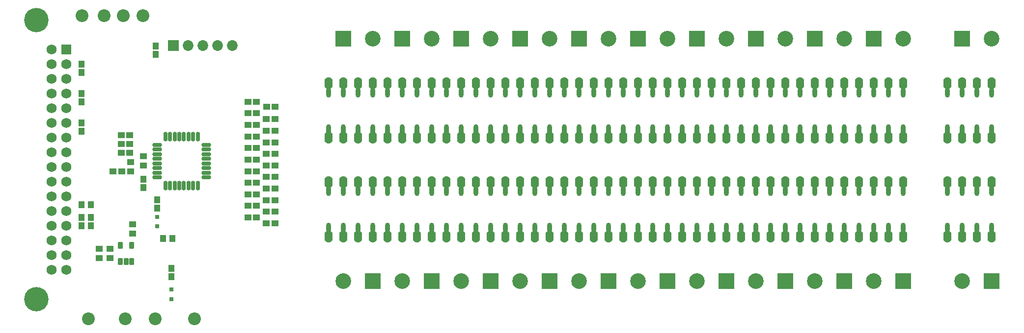
<source format=gts>
G04*
G04 #@! TF.GenerationSoftware,Altium Limited,Altium Designer,22.5.1 (42)*
G04*
G04 Layer_Color=8388736*
%FSLAX25Y25*%
%MOIN*%
G70*
G04*
G04 #@! TF.SameCoordinates,4C861729-87C5-483C-8B33-AEF81C08CF8D*
G04*
G04*
G04 #@! TF.FilePolarity,Negative*
G04*
G01*
G75*
%ADD19R,0.03150X0.03150*%
%ADD23O,0.03162X0.06902*%
%ADD24O,0.05524X0.08280*%
%ADD25R,0.04540X0.04343*%
%ADD26R,0.04343X0.04540*%
%ADD27R,0.04540X0.04343*%
G04:AMPARAMS|DCode=28|XSize=31.62mil|YSize=47.37mil|CornerRadius=6.01mil|HoleSize=0mil|Usage=FLASHONLY|Rotation=180.000|XOffset=0mil|YOffset=0mil|HoleType=Round|Shape=RoundedRectangle|*
%AMROUNDEDRECTD28*
21,1,0.03162,0.03535,0,0,180.0*
21,1,0.01961,0.04737,0,0,180.0*
1,1,0.01202,-0.00980,0.01768*
1,1,0.01202,0.00980,0.01768*
1,1,0.01202,0.00980,-0.01768*
1,1,0.01202,-0.00980,-0.01768*
%
%ADD28ROUNDEDRECTD28*%
%ADD29O,0.06509X0.02965*%
%ADD30O,0.02965X0.06509*%
%ADD31R,0.04343X0.04540*%
%ADD32C,0.08674*%
%ADD33C,0.16548*%
%ADD34C,0.06800*%
%ADD35R,0.06800X0.06800*%
%ADD36C,0.10642*%
%ADD37R,0.10642X0.10642*%
%ADD38C,0.07296*%
%ADD39R,0.07296X0.07296*%
D19*
X103150Y44193D02*
D03*
Y37697D02*
D03*
X93701Y93799D02*
D03*
Y87303D02*
D03*
D23*
X230039Y86319D02*
D03*
X240039D02*
D03*
X230039Y111319D02*
D03*
X240039D02*
D03*
X530000Y86500D02*
D03*
X540000D02*
D03*
X530000Y111500D02*
D03*
X540000D02*
D03*
X630000Y86500D02*
D03*
X640000D02*
D03*
X630000Y111500D02*
D03*
X640000D02*
D03*
X220000Y178500D02*
D03*
X210000D02*
D03*
X220000Y153500D02*
D03*
X210000D02*
D03*
X470000Y86500D02*
D03*
X480000D02*
D03*
X470000Y111500D02*
D03*
X480000D02*
D03*
X390000Y86500D02*
D03*
X400000D02*
D03*
X390000Y111500D02*
D03*
X400000D02*
D03*
X370000Y86500D02*
D03*
X380000D02*
D03*
X370000Y111500D02*
D03*
X380000D02*
D03*
X350000Y86500D02*
D03*
X360000D02*
D03*
X350000Y111500D02*
D03*
X360000D02*
D03*
X330000Y86500D02*
D03*
X340000D02*
D03*
X330000Y111500D02*
D03*
X340000D02*
D03*
X310000Y86500D02*
D03*
X320000D02*
D03*
X310000Y111500D02*
D03*
X320000D02*
D03*
X290000Y86500D02*
D03*
X300000D02*
D03*
X290000Y111500D02*
D03*
X300000D02*
D03*
X270000Y86500D02*
D03*
X280000D02*
D03*
X270000Y111500D02*
D03*
X280000D02*
D03*
X250000Y86500D02*
D03*
X260000D02*
D03*
X250000Y111500D02*
D03*
X260000D02*
D03*
X209842Y86221D02*
D03*
X219843D02*
D03*
X209842Y111221D02*
D03*
X219843D02*
D03*
X590000Y86500D02*
D03*
X600000D02*
D03*
X590000Y111500D02*
D03*
X600000D02*
D03*
X570000Y86500D02*
D03*
X580000D02*
D03*
X570000Y111500D02*
D03*
X580000D02*
D03*
X550000Y86500D02*
D03*
X560000D02*
D03*
X550000Y111500D02*
D03*
X560000D02*
D03*
X510000Y86500D02*
D03*
X520000D02*
D03*
X510000Y111500D02*
D03*
X520000D02*
D03*
X490000Y86500D02*
D03*
X500000D02*
D03*
X490000Y111500D02*
D03*
X500000D02*
D03*
X450000Y86500D02*
D03*
X460000D02*
D03*
X450000Y111500D02*
D03*
X460000D02*
D03*
X430000Y86500D02*
D03*
X440000D02*
D03*
X430000Y111500D02*
D03*
X440000D02*
D03*
X410000Y86500D02*
D03*
X420000D02*
D03*
X410000Y111500D02*
D03*
X420000D02*
D03*
X650000Y86500D02*
D03*
X660000D02*
D03*
X650000Y111500D02*
D03*
X660000D02*
D03*
X400000Y178500D02*
D03*
X390000D02*
D03*
X400000Y153500D02*
D03*
X390000D02*
D03*
X380000Y178500D02*
D03*
X370000D02*
D03*
X380000Y153500D02*
D03*
X370000D02*
D03*
X360000Y178500D02*
D03*
X350000D02*
D03*
X360000Y153500D02*
D03*
X350000D02*
D03*
X340000Y178500D02*
D03*
X330000D02*
D03*
X340000Y153500D02*
D03*
X330000D02*
D03*
X320000Y178500D02*
D03*
X310000D02*
D03*
X320000Y153500D02*
D03*
X310000D02*
D03*
X300000Y178500D02*
D03*
X290000D02*
D03*
X300000Y153500D02*
D03*
X290000D02*
D03*
X280000Y178500D02*
D03*
X270000D02*
D03*
X280000Y153500D02*
D03*
X270000D02*
D03*
X260000Y178500D02*
D03*
X250000D02*
D03*
X260000Y153500D02*
D03*
X250000D02*
D03*
X240000Y178500D02*
D03*
X230000D02*
D03*
X240000Y153500D02*
D03*
X230000D02*
D03*
X600000Y178500D02*
D03*
X590000D02*
D03*
X600000Y153500D02*
D03*
X590000D02*
D03*
X580000Y178500D02*
D03*
X570000D02*
D03*
X580000Y153500D02*
D03*
X570000D02*
D03*
X560000Y178500D02*
D03*
X550000D02*
D03*
X560000Y153500D02*
D03*
X550000D02*
D03*
X540000Y178500D02*
D03*
X530000D02*
D03*
X540000Y153500D02*
D03*
X530000D02*
D03*
X520000Y178500D02*
D03*
X510000D02*
D03*
X520000Y153500D02*
D03*
X510000D02*
D03*
X500000Y178500D02*
D03*
X490000D02*
D03*
X500000Y153500D02*
D03*
X490000D02*
D03*
X480000Y178500D02*
D03*
X470000D02*
D03*
X480000Y153500D02*
D03*
X470000D02*
D03*
X460000Y178500D02*
D03*
X450000D02*
D03*
X460000Y153500D02*
D03*
X450000D02*
D03*
X440000Y178500D02*
D03*
X430000D02*
D03*
X440000Y153500D02*
D03*
X430000D02*
D03*
X420000Y178500D02*
D03*
X410000D02*
D03*
X420000Y153500D02*
D03*
X410000D02*
D03*
X660000Y178500D02*
D03*
X650000D02*
D03*
X660000Y153500D02*
D03*
X650000D02*
D03*
X640000Y178500D02*
D03*
X630000D02*
D03*
X640000Y153500D02*
D03*
X630000D02*
D03*
D24*
X220000Y117224D02*
D03*
X210000D02*
D03*
X220000Y80413D02*
D03*
X210000D02*
D03*
X640000Y117224D02*
D03*
X630000D02*
D03*
X640000Y80413D02*
D03*
X630000D02*
D03*
X530000Y147776D02*
D03*
X540000D02*
D03*
X530000Y184587D02*
D03*
X540000D02*
D03*
X400000Y117224D02*
D03*
X390000D02*
D03*
X400000Y80413D02*
D03*
X390000D02*
D03*
X380000Y117224D02*
D03*
X370000D02*
D03*
X380000Y80413D02*
D03*
X370000D02*
D03*
X360000Y117224D02*
D03*
X350000D02*
D03*
X360000Y80413D02*
D03*
X350000D02*
D03*
X340000Y117224D02*
D03*
X330000D02*
D03*
X340000Y80413D02*
D03*
X330000D02*
D03*
X320000Y117224D02*
D03*
X310000D02*
D03*
X320000Y80413D02*
D03*
X310000D02*
D03*
X300000Y117224D02*
D03*
X290000D02*
D03*
X300000Y80413D02*
D03*
X290000D02*
D03*
X280000Y117224D02*
D03*
X270000D02*
D03*
X280000Y80413D02*
D03*
X270000D02*
D03*
X260000Y117224D02*
D03*
X250000D02*
D03*
X260000Y80413D02*
D03*
X250000D02*
D03*
X240000Y117224D02*
D03*
X230000D02*
D03*
X240000Y80413D02*
D03*
X230000D02*
D03*
X600000Y117224D02*
D03*
X590000D02*
D03*
X600000Y80413D02*
D03*
X590000D02*
D03*
X580000Y117224D02*
D03*
X570000D02*
D03*
X580000Y80413D02*
D03*
X570000D02*
D03*
X560000Y117224D02*
D03*
X550000D02*
D03*
X560000Y80413D02*
D03*
X550000D02*
D03*
X540000Y117224D02*
D03*
X530000D02*
D03*
X540000Y80413D02*
D03*
X530000D02*
D03*
X520000Y117224D02*
D03*
X510000D02*
D03*
X520000Y80413D02*
D03*
X510000D02*
D03*
X500000Y117224D02*
D03*
X490000D02*
D03*
X500000Y80413D02*
D03*
X490000D02*
D03*
X480000Y117224D02*
D03*
X470000D02*
D03*
X480000Y80413D02*
D03*
X470000D02*
D03*
X460000Y117224D02*
D03*
X450000D02*
D03*
X460000Y80413D02*
D03*
X450000D02*
D03*
X440000Y117224D02*
D03*
X430000D02*
D03*
X440000Y80413D02*
D03*
X430000D02*
D03*
X420000Y117224D02*
D03*
X410000D02*
D03*
X420000Y80413D02*
D03*
X410000D02*
D03*
X660000Y117224D02*
D03*
X650000D02*
D03*
X660000Y80413D02*
D03*
X650000D02*
D03*
X390000Y147776D02*
D03*
X400000D02*
D03*
X390000Y184587D02*
D03*
X400000D02*
D03*
X370000Y147776D02*
D03*
X380000D02*
D03*
X370000Y184587D02*
D03*
X380000D02*
D03*
X350000Y147776D02*
D03*
X360000D02*
D03*
X350000Y184587D02*
D03*
X360000D02*
D03*
X330000Y147776D02*
D03*
X340000D02*
D03*
X330000Y184587D02*
D03*
X340000D02*
D03*
X310000Y147776D02*
D03*
X320000D02*
D03*
X310000Y184587D02*
D03*
X320000D02*
D03*
X290000Y147776D02*
D03*
X300000D02*
D03*
X290000Y184587D02*
D03*
X300000D02*
D03*
X270000Y147776D02*
D03*
X280000D02*
D03*
X270000Y184587D02*
D03*
X280000D02*
D03*
X250000Y147776D02*
D03*
X260000D02*
D03*
X250000Y184587D02*
D03*
X260000D02*
D03*
X230000Y147776D02*
D03*
X240000D02*
D03*
X230000Y184587D02*
D03*
X240000D02*
D03*
X210000Y147776D02*
D03*
X220000D02*
D03*
X210000Y184587D02*
D03*
X220000D02*
D03*
X590000Y147776D02*
D03*
X600000D02*
D03*
X590000Y184587D02*
D03*
X600000D02*
D03*
X570000Y147776D02*
D03*
X580000D02*
D03*
X570000Y184587D02*
D03*
X580000D02*
D03*
X550000Y147776D02*
D03*
X560000D02*
D03*
X550000Y184587D02*
D03*
X560000D02*
D03*
X510000Y147776D02*
D03*
X520000D02*
D03*
X510000Y184587D02*
D03*
X520000D02*
D03*
X490000Y147776D02*
D03*
X500000D02*
D03*
X490000Y184587D02*
D03*
X500000D02*
D03*
X470000Y147776D02*
D03*
X480000D02*
D03*
X470000Y184587D02*
D03*
X480000D02*
D03*
X450000Y147776D02*
D03*
X460000D02*
D03*
X450000Y184587D02*
D03*
X460000D02*
D03*
X430000Y147776D02*
D03*
X440000D02*
D03*
X430000Y184587D02*
D03*
X440000D02*
D03*
X410000Y147776D02*
D03*
X420000D02*
D03*
X410000Y184587D02*
D03*
X420000D02*
D03*
X650000Y147776D02*
D03*
X660000D02*
D03*
X650000Y184587D02*
D03*
X660000D02*
D03*
X630000Y147776D02*
D03*
X640000D02*
D03*
X630000Y184587D02*
D03*
X640000D02*
D03*
D25*
X74902Y137402D02*
D03*
X69193D02*
D03*
X69390Y124803D02*
D03*
X63681D02*
D03*
X74902Y143307D02*
D03*
X69193D02*
D03*
X74902Y149213D02*
D03*
X69193D02*
D03*
X173425Y128740D02*
D03*
X167717D02*
D03*
X160827Y132677D02*
D03*
X155118D02*
D03*
X173425Y89370D02*
D03*
X167717D02*
D03*
X160827Y93307D02*
D03*
X155118D02*
D03*
X173425Y97244D02*
D03*
X167717D02*
D03*
X160827Y101181D02*
D03*
X155118D02*
D03*
X173425Y105118D02*
D03*
X167717D02*
D03*
X160827Y109055D02*
D03*
X155118D02*
D03*
X173425Y112992D02*
D03*
X167717D02*
D03*
X160827Y116929D02*
D03*
X155118D02*
D03*
X173425Y120866D02*
D03*
X167717D02*
D03*
X160827Y124803D02*
D03*
X155118D02*
D03*
X160827Y172047D02*
D03*
X155118D02*
D03*
X173524Y168504D02*
D03*
X167815D02*
D03*
X160827Y164173D02*
D03*
X155118D02*
D03*
X173425Y160236D02*
D03*
X167717D02*
D03*
X160827Y156299D02*
D03*
X155118D02*
D03*
X173425Y152362D02*
D03*
X167717D02*
D03*
X160827Y148425D02*
D03*
X155118D02*
D03*
X173425Y144488D02*
D03*
X167717D02*
D03*
X160827Y140551D02*
D03*
X155118D02*
D03*
X173425Y136614D02*
D03*
X167717D02*
D03*
D26*
X42126Y87697D02*
D03*
Y93405D02*
D03*
X103150Y53051D02*
D03*
Y58760D02*
D03*
X42126Y157579D02*
D03*
Y151870D02*
D03*
X42126Y177756D02*
D03*
Y172047D02*
D03*
X42126Y197736D02*
D03*
Y192028D02*
D03*
X48425Y93405D02*
D03*
Y87697D02*
D03*
X93701Y99508D02*
D03*
Y105217D02*
D03*
X84252Y113681D02*
D03*
Y119390D02*
D03*
X92520Y209941D02*
D03*
Y204232D02*
D03*
D27*
X61417Y72047D02*
D03*
Y65748D02*
D03*
X84252Y128740D02*
D03*
Y135039D02*
D03*
X76772Y82284D02*
D03*
Y88583D02*
D03*
X54331Y65748D02*
D03*
Y72047D02*
D03*
X75590Y124803D02*
D03*
Y131102D02*
D03*
D28*
X68701Y63484D02*
D03*
X72441D02*
D03*
X76181D02*
D03*
Y74311D02*
D03*
X68701D02*
D03*
D29*
X93504Y142717D02*
D03*
Y139567D02*
D03*
Y136417D02*
D03*
Y133268D02*
D03*
Y130118D02*
D03*
Y126969D02*
D03*
Y123819D02*
D03*
Y120669D02*
D03*
X126772D02*
D03*
Y123819D02*
D03*
Y126969D02*
D03*
Y130118D02*
D03*
Y133268D02*
D03*
Y136417D02*
D03*
Y139567D02*
D03*
Y142717D02*
D03*
D30*
X99114Y115059D02*
D03*
X102264D02*
D03*
X105413D02*
D03*
X108563D02*
D03*
X111713D02*
D03*
X114862D02*
D03*
X118012D02*
D03*
X121161D02*
D03*
Y148327D02*
D03*
X118012D02*
D03*
X114862D02*
D03*
X111713D02*
D03*
X108563D02*
D03*
X105413D02*
D03*
X102264D02*
D03*
X99114D02*
D03*
D31*
X97638Y79134D02*
D03*
X103937D02*
D03*
X42126Y101969D02*
D03*
X48425D02*
D03*
D32*
X83858Y230709D02*
D03*
X46850Y24409D02*
D03*
X42520Y230709D02*
D03*
X92126Y24409D02*
D03*
X72047D02*
D03*
X57480Y230709D02*
D03*
X70473D02*
D03*
X118898Y24409D02*
D03*
D33*
X11713Y227776D02*
D03*
Y37776D02*
D03*
D34*
X21949Y57776D02*
D03*
X31949D02*
D03*
X21949Y67776D02*
D03*
X31949D02*
D03*
X21949Y77776D02*
D03*
X31949D02*
D03*
X21949Y87776D02*
D03*
X31949D02*
D03*
X21949Y97776D02*
D03*
X31949D02*
D03*
X21949Y107776D02*
D03*
X31949D02*
D03*
X21949Y117776D02*
D03*
X31949D02*
D03*
X21949Y127776D02*
D03*
X31949D02*
D03*
X21949Y137776D02*
D03*
X31949D02*
D03*
X21949Y147776D02*
D03*
X31949D02*
D03*
X21949Y157776D02*
D03*
X31949D02*
D03*
X21949Y167776D02*
D03*
X31949D02*
D03*
X21949Y177776D02*
D03*
X31949D02*
D03*
X21949Y187776D02*
D03*
X31949D02*
D03*
X21949Y197776D02*
D03*
X31949D02*
D03*
X21949Y207776D02*
D03*
D35*
X31949D02*
D03*
D36*
X380000Y50000D02*
D03*
X340000D02*
D03*
X300000D02*
D03*
X260000D02*
D03*
X220000D02*
D03*
X580000D02*
D03*
X540000D02*
D03*
X500000D02*
D03*
X460000D02*
D03*
X420000D02*
D03*
X640000D02*
D03*
X400000Y215000D02*
D03*
X360000D02*
D03*
X320000D02*
D03*
X280000D02*
D03*
X240000D02*
D03*
X600000D02*
D03*
X560000D02*
D03*
X520000D02*
D03*
X480000D02*
D03*
X440000D02*
D03*
X660000D02*
D03*
D37*
X400000Y50000D02*
D03*
X360000D02*
D03*
X320000D02*
D03*
X280000D02*
D03*
X240000D02*
D03*
X600000D02*
D03*
X560000D02*
D03*
X520000D02*
D03*
X480000D02*
D03*
X440000D02*
D03*
X660000D02*
D03*
X380000Y215000D02*
D03*
X340000D02*
D03*
X300000D02*
D03*
X260000D02*
D03*
X220000D02*
D03*
X580000D02*
D03*
X540000D02*
D03*
X500000D02*
D03*
X460000D02*
D03*
X420000D02*
D03*
X640000D02*
D03*
D38*
X144409Y210236D02*
D03*
X134409D02*
D03*
X114409D02*
D03*
X124409D02*
D03*
D39*
X104409D02*
D03*
M02*

</source>
